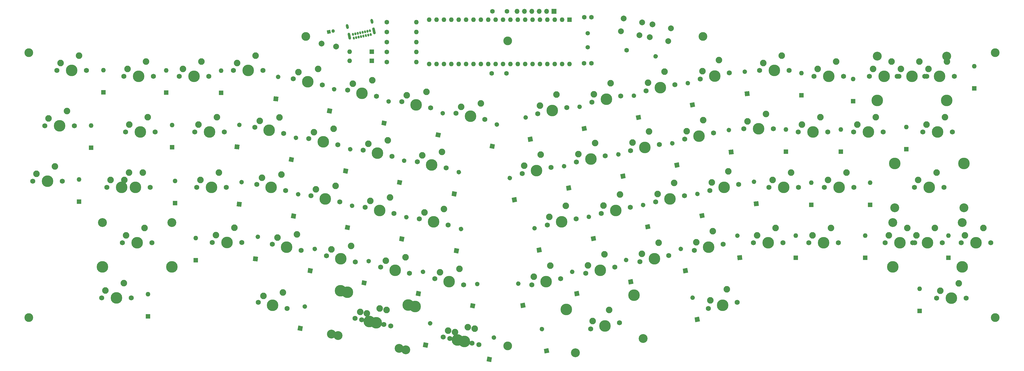
<source format=gbr>
%TF.GenerationSoftware,KiCad,Pcbnew,(5.1.9)-1*%
%TF.CreationDate,2021-04-17T18:03:23+02:00*%
%TF.ProjectId,sesame,73657361-6d65-42e6-9b69-6361645f7063,rev?*%
%TF.SameCoordinates,Original*%
%TF.FileFunction,Soldermask,Bot*%
%TF.FilePolarity,Negative*%
%FSLAX46Y46*%
G04 Gerber Fmt 4.6, Leading zero omitted, Abs format (unit mm)*
G04 Created by KiCad (PCBNEW (5.1.9)-1) date 2021-04-17 18:03:23*
%MOMM*%
%LPD*%
G01*
G04 APERTURE LIST*
%ADD10C,1.600000*%
%ADD11C,2.250000*%
%ADD12C,3.987800*%
%ADD13C,1.750000*%
%ADD14C,3.048000*%
%ADD15C,3.000000*%
%ADD16C,1.200000*%
%ADD17C,0.100000*%
%ADD18O,1.700000X1.700000*%
%ADD19R,1.700000X1.700000*%
%ADD20O,1.600000X1.600000*%
%ADD21R,1.600000X1.600000*%
%ADD22C,1.500000*%
%ADD23C,2.000000*%
G04 APERTURE END LIST*
D10*
%TO.C,C5*%
X238126900Y-68961000D03*
X240626900Y-68961000D03*
%TD*%
%TO.C,C4*%
X238063400Y-84772500D03*
X240563400Y-84772500D03*
%TD*%
%TO.C,C3*%
X211349600Y-88201500D03*
X206349600Y-88201500D03*
%TD*%
%TO.C,C2*%
X206531200Y-66929000D03*
X211531200Y-66929000D03*
%TD*%
D11*
%TO.C,MX71*%
X200441486Y-176026106D03*
D12*
X196900800Y-180467000D03*
D11*
X193702153Y-177190362D03*
D13*
X191931810Y-179410809D03*
X201869790Y-181523191D03*
%TD*%
D11*
%TO.C,MX70*%
X170139286Y-169599906D03*
D12*
X166598600Y-174040800D03*
D11*
X163399953Y-170764162D03*
D13*
X161629610Y-172984609D03*
X171567590Y-175096991D03*
D14*
X153500267Y-178397712D03*
X176792407Y-183348610D03*
D12*
X156668841Y-163490743D03*
X179960981Y-168441640D03*
%TD*%
D11*
%TO.C,MX63*%
X134541186Y-163580106D03*
D12*
X131000500Y-168021000D03*
D11*
X127801853Y-164744362D03*
D13*
X126031510Y-166964809D03*
X135969490Y-169077191D03*
%TD*%
D11*
%TO.C,MX62*%
X79819500Y-160401000D03*
D12*
X77279500Y-165481000D03*
D11*
X73469500Y-162941000D03*
D13*
X72199500Y-165481000D03*
X82359500Y-165481000D03*
%TD*%
D15*
%TO.C,REF\u002A\u002A*%
X278955500Y-75565000D03*
%TD*%
D16*
%TO.C,C1*%
X151771721Y-73665632D03*
D17*
G36*
X149842358Y-74689136D02*
G01*
X149592864Y-73515358D01*
X150766642Y-73265864D01*
X151016136Y-74439642D01*
X149842358Y-74689136D01*
G37*
%TD*%
D11*
%TO.C,MX23*%
X189214686Y-115256606D03*
D12*
X185674000Y-119697500D03*
D11*
X182475353Y-116420862D03*
D13*
X180705010Y-118641309D03*
X190642990Y-120753691D03*
%TD*%
D18*
%TO.C,AVR1*%
X215011000Y-66865500D03*
X217551000Y-66865500D03*
X220091000Y-66865500D03*
X222631000Y-66865500D03*
X225171000Y-66865500D03*
D19*
X227711000Y-66865500D03*
%TD*%
D15*
%TO.C,REF\u002A\u002A*%
X142430500Y-75565000D03*
%TD*%
D11*
%TO.C,MX61*%
X358711500Y-141414500D03*
D12*
X356171500Y-146494500D03*
D11*
X352361500Y-143954500D03*
D13*
X351091500Y-146494500D03*
X361251500Y-146494500D03*
D14*
X344265250Y-139509500D03*
X368077750Y-139509500D03*
D12*
X344265250Y-154749500D03*
X368077750Y-154749500D03*
%TD*%
D11*
%TO.C,MX59*%
X349250000Y-141414500D03*
D12*
X346710000Y-146494500D03*
D11*
X342900000Y-143954500D03*
D13*
X341630000Y-146494500D03*
X351790000Y-146494500D03*
%TD*%
D11*
%TO.C,MX31*%
X362204000Y-103314500D03*
D12*
X359664000Y-108394500D03*
D11*
X355854000Y-105854500D03*
D13*
X354584000Y-108394500D03*
X364744000Y-108394500D03*
%TD*%
D11*
%TO.C,MX15*%
X353377500Y-84201000D03*
D12*
X350837500Y-89281000D03*
D11*
X347027500Y-86741000D03*
D13*
X345757500Y-89281000D03*
X355917500Y-89281000D03*
D14*
X338931250Y-82296000D03*
X362743750Y-82296000D03*
D12*
X338931250Y-97536000D03*
X362743750Y-97536000D03*
%TD*%
D11*
%TO.C,MX33*%
X86360000Y-122364500D03*
D12*
X83820000Y-127444500D03*
D11*
X80010000Y-124904500D03*
D13*
X78740000Y-127444500D03*
X88900000Y-127444500D03*
%TD*%
D11*
%TO.C,MX18*%
X88011000Y-103314500D03*
D12*
X85471000Y-108394500D03*
D11*
X81661000Y-105854500D03*
D13*
X80391000Y-108394500D03*
X90551000Y-108394500D03*
%TD*%
D11*
%TO.C,MX69*%
X81610200Y-122377200D03*
D12*
X79070200Y-127457200D03*
D11*
X75260200Y-124917200D03*
D13*
X73990200Y-127457200D03*
X84150200Y-127457200D03*
%TD*%
D20*
%TO.C,D60*%
X334772000Y-144018000D03*
D21*
X334772000Y-151638000D03*
%TD*%
D20*
%TO.C,U1*%
X233045000Y-85026500D03*
X184785000Y-69786500D03*
X230505000Y-85026500D03*
X187325000Y-69786500D03*
X227965000Y-85026500D03*
X189865000Y-69786500D03*
X225425000Y-85026500D03*
X192405000Y-69786500D03*
X222885000Y-85026500D03*
X194945000Y-69786500D03*
X220345000Y-85026500D03*
X197485000Y-69786500D03*
X217805000Y-85026500D03*
X200025000Y-69786500D03*
X215265000Y-85026500D03*
X202565000Y-69786500D03*
X212725000Y-85026500D03*
X205105000Y-69786500D03*
X210185000Y-85026500D03*
X207645000Y-69786500D03*
X207645000Y-85026500D03*
X210185000Y-69786500D03*
X205105000Y-85026500D03*
X212725000Y-69786500D03*
X202565000Y-85026500D03*
X215265000Y-69786500D03*
X200025000Y-85026500D03*
X217805000Y-69786500D03*
X197485000Y-85026500D03*
X220345000Y-69786500D03*
X194945000Y-85026500D03*
X222885000Y-69786500D03*
X192405000Y-85026500D03*
X225425000Y-69786500D03*
X189865000Y-85026500D03*
X227965000Y-69786500D03*
X187325000Y-85026500D03*
X230505000Y-69786500D03*
X184785000Y-85026500D03*
D21*
X233045000Y-69786500D03*
%TD*%
D11*
%TO.C,MX5*%
X146606186Y-86681606D03*
D12*
X143065500Y-91122500D03*
D11*
X139866853Y-87845862D03*
D13*
X138096510Y-90066309D03*
X148034490Y-92178691D03*
%TD*%
D15*
%TO.C,REF\u002A\u002A*%
X211836000Y-181991000D03*
%TD*%
%TO.C,REF\u002A\u002A*%
X379476000Y-172212000D03*
%TD*%
%TO.C,REF\u002A\u002A*%
X379476000Y-81153000D03*
%TD*%
%TO.C,REF\u002A\u002A*%
X47117000Y-81153000D03*
%TD*%
%TO.C,REF\u002A\u002A*%
X47117000Y-172212000D03*
%TD*%
%TO.C,REF\u002A\u002A*%
X211836000Y-77089000D03*
%TD*%
D22*
%TO.C,XTAL1*%
X239331500Y-79302000D03*
X239331500Y-74422000D03*
%TD*%
D11*
%TO.C,MX24*%
X223170304Y-116168914D03*
D12*
X221742000Y-121666000D03*
D11*
X217487162Y-119973649D03*
D13*
X216773010Y-122722191D03*
X226710990Y-120609809D03*
%TD*%
D11*
%TO.C,MX28*%
X300672500Y-102235000D03*
D12*
X298132500Y-107315000D03*
D11*
X294322500Y-104775000D03*
D13*
X293052500Y-107315000D03*
X303212500Y-107315000D03*
%TD*%
D11*
%TO.C,MX66*%
X246728804Y-169572414D03*
D12*
X245300500Y-175069500D03*
D11*
X241045662Y-173377149D03*
D13*
X240331510Y-176125691D03*
X250269490Y-174013309D03*
D14*
X235106693Y-184377310D03*
X258398833Y-179426412D03*
D12*
X231938119Y-169470340D03*
X255230259Y-164519443D03*
%TD*%
D11*
%TO.C,MX65*%
X198104686Y-175518106D03*
D12*
X194564000Y-179959000D03*
D11*
X191365353Y-176682362D03*
D13*
X189595010Y-178902809D03*
X199532990Y-181015191D03*
%TD*%
D11*
%TO.C,MX64*%
X167815186Y-169104606D03*
D12*
X164274500Y-173545500D03*
D11*
X161075853Y-170268862D03*
D13*
X159305510Y-172489309D03*
X169243490Y-174601691D03*
D14*
X151176167Y-177902412D03*
X174468307Y-182853310D03*
D12*
X154344741Y-162995443D03*
X177636881Y-167946340D03*
%TD*%
D11*
%TO.C,MX46*%
X359346500Y-122364500D03*
D12*
X356806500Y-127444500D03*
D11*
X352996500Y-124904500D03*
D13*
X351726500Y-127444500D03*
X361886500Y-127444500D03*
D14*
X344900250Y-134429500D03*
X368712750Y-134429500D03*
D12*
X344900250Y-119189500D03*
X368712750Y-119189500D03*
%TD*%
D11*
%TO.C,MX47*%
X86931500Y-141414500D03*
D12*
X84391500Y-146494500D03*
D11*
X80581500Y-143954500D03*
D13*
X79311500Y-146494500D03*
X89471500Y-146494500D03*
D14*
X72485250Y-139509500D03*
X96297750Y-139509500D03*
D12*
X72485250Y-154749500D03*
X96297750Y-154749500D03*
%TD*%
D11*
%TO.C,MX16*%
X362839000Y-84201000D03*
D12*
X360299000Y-89281000D03*
D11*
X356489000Y-86741000D03*
D13*
X355219000Y-89281000D03*
X365379000Y-89281000D03*
%TD*%
D11*
%TO.C,MX45*%
X343789000Y-84201000D03*
D12*
X341249000Y-89281000D03*
D11*
X337439000Y-86741000D03*
D13*
X336169000Y-89281000D03*
X346329000Y-89281000D03*
%TD*%
D11*
%TO.C,MX68*%
X366966500Y-160464500D03*
D12*
X364426500Y-165544500D03*
D11*
X360616500Y-163004500D03*
D13*
X359346500Y-165544500D03*
X369506500Y-165544500D03*
%TD*%
D11*
%TO.C,MX67*%
X287178304Y-162523914D03*
D12*
X285750000Y-168021000D03*
D11*
X281495162Y-166328649D03*
D13*
X280781010Y-169077191D03*
X290718990Y-166964809D03*
%TD*%
D11*
%TO.C,MX60*%
X375412000Y-141414500D03*
D12*
X372872000Y-146494500D03*
D11*
X369062000Y-143954500D03*
D13*
X367792000Y-146494500D03*
X377952000Y-146494500D03*
%TD*%
D11*
%TO.C,MX58*%
X323024500Y-141414500D03*
D12*
X320484500Y-146494500D03*
D11*
X316674500Y-143954500D03*
D13*
X315404500Y-146494500D03*
X325564500Y-146494500D03*
%TD*%
D11*
%TO.C,MX57*%
X303974500Y-141414500D03*
D12*
X301434500Y-146494500D03*
D11*
X297624500Y-143954500D03*
D13*
X296354500Y-146494500D03*
X306514500Y-146494500D03*
%TD*%
D11*
%TO.C,MX56*%
X282352304Y-142521414D03*
D12*
X280924000Y-148018500D03*
D11*
X276669162Y-146326149D03*
D13*
X275955010Y-149074691D03*
X285892990Y-146962309D03*
%TD*%
D11*
%TO.C,MX55*%
X263683304Y-146458414D03*
D12*
X262255000Y-151955500D03*
D11*
X258000162Y-150263149D03*
D13*
X257286010Y-153011691D03*
X267223990Y-150899309D03*
%TD*%
D11*
%TO.C,MX54*%
X245077804Y-150458914D03*
D12*
X243649500Y-155956000D03*
D11*
X239394662Y-154263649D03*
D13*
X238680510Y-157012191D03*
X248618490Y-154899809D03*
%TD*%
D11*
%TO.C,MX53*%
X226472304Y-154395914D03*
D12*
X225044000Y-159893000D03*
D11*
X220789162Y-158200649D03*
D13*
X220075010Y-160949191D03*
X230012990Y-158836809D03*
%TD*%
D11*
%TO.C,MX52*%
X195247186Y-155452106D03*
D12*
X191706500Y-159893000D03*
D11*
X188507853Y-156616362D03*
D13*
X186737510Y-158836809D03*
X196675490Y-160949191D03*
%TD*%
D11*
%TO.C,MX51*%
X176641686Y-151515106D03*
D12*
X173101000Y-155956000D03*
D11*
X169902353Y-152679362D03*
D13*
X168132010Y-154899809D03*
X178069990Y-157012191D03*
%TD*%
D11*
%TO.C,MX50*%
X157972686Y-147578106D03*
D12*
X154432000Y-152019000D03*
D11*
X151233353Y-148742362D03*
D13*
X149463010Y-150962809D03*
X159400990Y-153075191D03*
%TD*%
D11*
%TO.C,MX49*%
X139367186Y-143577606D03*
D12*
X135826500Y-148018500D03*
D11*
X132627853Y-144741862D03*
D13*
X130857510Y-146962309D03*
X140795490Y-149074691D03*
%TD*%
D11*
%TO.C,MX48*%
X117856000Y-141351000D03*
D12*
X115316000Y-146431000D03*
D11*
X111506000Y-143891000D03*
D13*
X110236000Y-146431000D03*
X120396000Y-146431000D03*
%TD*%
D11*
%TO.C,MX44*%
X328358500Y-122364500D03*
D12*
X325818500Y-127444500D03*
D11*
X322008500Y-124904500D03*
D13*
X320738500Y-127444500D03*
X330898500Y-127444500D03*
%TD*%
D11*
%TO.C,MX43*%
X309308500Y-122364500D03*
D12*
X306768500Y-127444500D03*
D11*
X302958500Y-124904500D03*
D13*
X301688500Y-127444500D03*
X311848500Y-127444500D03*
%TD*%
D11*
%TO.C,MX42*%
X287686304Y-121947414D03*
D12*
X286258000Y-127444500D03*
D11*
X282003162Y-125752149D03*
D13*
X281289010Y-128500691D03*
X291226990Y-126388309D03*
%TD*%
D11*
%TO.C,MX41*%
X269080804Y-125884414D03*
D12*
X267652500Y-131381500D03*
D11*
X263397662Y-129689149D03*
D13*
X262683510Y-132437691D03*
X272621490Y-130325309D03*
%TD*%
D11*
%TO.C,MX40*%
X250411804Y-129884914D03*
D12*
X248983500Y-135382000D03*
D11*
X244728662Y-133689649D03*
D13*
X244014510Y-136438191D03*
X253952490Y-134325809D03*
%TD*%
D11*
%TO.C,MX39*%
X231806304Y-133821914D03*
D12*
X230378000Y-139319000D03*
D11*
X226123162Y-137626649D03*
D13*
X225409010Y-140375191D03*
X235346990Y-138262809D03*
%TD*%
D11*
%TO.C,MX38*%
X189913186Y-134878106D03*
D12*
X186372500Y-139319000D03*
D11*
X183173853Y-136042362D03*
D13*
X181403510Y-138262809D03*
X191341490Y-140375191D03*
%TD*%
D11*
%TO.C,MX37*%
X171307686Y-130941106D03*
D12*
X167767000Y-135382000D03*
D11*
X164568353Y-132105362D03*
D13*
X162798010Y-134325809D03*
X172735990Y-136438191D03*
%TD*%
D11*
%TO.C,MX36*%
X152638686Y-126940606D03*
D12*
X149098000Y-131381500D03*
D11*
X145899353Y-128104862D03*
D13*
X144129010Y-130325309D03*
X154066990Y-132437691D03*
%TD*%
D11*
%TO.C,MX35*%
X134033186Y-123003606D03*
D12*
X130492500Y-127444500D03*
D11*
X127293853Y-124167862D03*
D13*
X125523510Y-126388309D03*
X135461490Y-128500691D03*
%TD*%
D11*
%TO.C,MX34*%
X112522000Y-122364500D03*
D12*
X109982000Y-127444500D03*
D11*
X106172000Y-124904500D03*
D13*
X104902000Y-127444500D03*
X115062000Y-127444500D03*
%TD*%
D11*
%TO.C,MX32*%
X56134000Y-120205500D03*
D12*
X53594000Y-125285500D03*
D11*
X49784000Y-122745500D03*
D13*
X48514000Y-125285500D03*
X58674000Y-125285500D03*
%TD*%
D11*
%TO.C,MX30*%
X338391500Y-103314500D03*
D12*
X335851500Y-108394500D03*
D11*
X332041500Y-105854500D03*
D13*
X330771500Y-108394500D03*
X340931500Y-108394500D03*
%TD*%
D11*
%TO.C,MX29*%
X319341500Y-103314500D03*
D12*
X316801500Y-108394500D03*
D11*
X312991500Y-105854500D03*
D13*
X311721500Y-108394500D03*
X321881500Y-108394500D03*
%TD*%
D11*
%TO.C,MX27*%
X279050304Y-104294414D03*
D12*
X277622000Y-109791500D03*
D11*
X273367162Y-108099149D03*
D13*
X272653010Y-110847691D03*
X282590990Y-108735309D03*
%TD*%
D11*
%TO.C,MX26*%
X260444804Y-108231414D03*
D12*
X259016500Y-113728500D03*
D11*
X254761662Y-112036149D03*
D13*
X254047510Y-114784691D03*
X263985490Y-112672309D03*
%TD*%
D11*
%TO.C,MX25*%
X241839304Y-112168414D03*
D12*
X240411000Y-117665500D03*
D11*
X236156162Y-115973149D03*
D13*
X235442010Y-118721691D03*
X245379990Y-116609309D03*
%TD*%
D11*
%TO.C,MX22*%
X170609186Y-111256106D03*
D12*
X167068500Y-115697000D03*
D11*
X163869853Y-112420362D03*
D13*
X162099510Y-114640809D03*
X172037490Y-116753191D03*
%TD*%
D11*
%TO.C,MX21*%
X151940186Y-107319106D03*
D12*
X148399500Y-111760000D03*
D11*
X145200853Y-108483362D03*
D13*
X143430510Y-110703809D03*
X153368490Y-112816191D03*
%TD*%
D11*
%TO.C,MX20*%
X133334686Y-103382106D03*
D12*
X129794000Y-107823000D03*
D11*
X126595353Y-104546362D03*
D13*
X124825010Y-106766809D03*
X134762990Y-108879191D03*
%TD*%
D11*
%TO.C,MX19*%
X111823500Y-103314500D03*
D12*
X109283500Y-108394500D03*
D11*
X105473500Y-105854500D03*
D13*
X104203500Y-108394500D03*
X114363500Y-108394500D03*
%TD*%
D11*
%TO.C,MX17*%
X60261500Y-101155500D03*
D12*
X57721500Y-106235500D03*
D11*
X53911500Y-103695500D03*
D13*
X52641500Y-106235500D03*
X62801500Y-106235500D03*
%TD*%
D11*
%TO.C,MX14*%
X324739000Y-84201000D03*
D12*
X322199000Y-89281000D03*
D11*
X318389000Y-86741000D03*
D13*
X317119000Y-89281000D03*
X327279000Y-89281000D03*
%TD*%
D11*
%TO.C,MX13*%
X306070000Y-82105500D03*
D12*
X303530000Y-87185500D03*
D11*
X299720000Y-84645500D03*
D13*
X298450000Y-87185500D03*
X308610000Y-87185500D03*
%TD*%
D11*
%TO.C,MX12*%
X284447804Y-83656914D03*
D12*
X283019500Y-89154000D03*
D11*
X278764662Y-87461649D03*
D13*
X278050510Y-90210191D03*
X287988490Y-88097809D03*
%TD*%
D11*
%TO.C,MX11*%
X265778804Y-87657414D03*
D12*
X264350500Y-93154500D03*
D11*
X260095662Y-91462149D03*
D13*
X259381510Y-94210691D03*
X269319490Y-92098309D03*
%TD*%
D11*
%TO.C,MX10*%
X247173304Y-91594414D03*
D12*
X245745000Y-97091500D03*
D11*
X241490162Y-95399149D03*
D13*
X240776010Y-98147691D03*
X250713990Y-96035309D03*
%TD*%
D11*
%TO.C,MX9*%
X228567804Y-95531414D03*
D12*
X227139500Y-101028500D03*
D11*
X222884662Y-99336149D03*
D13*
X222170510Y-102084691D03*
X232108490Y-99972309D03*
%TD*%
D11*
%TO.C,MX8*%
X202549686Y-98556106D03*
D12*
X199009000Y-102997000D03*
D11*
X195810353Y-99720362D03*
D13*
X194040010Y-101940809D03*
X203977990Y-104053191D03*
%TD*%
D11*
%TO.C,MX7*%
X183880686Y-94619106D03*
D12*
X180340000Y-99060000D03*
D11*
X177141353Y-95783362D03*
D13*
X175371010Y-98003809D03*
X185308990Y-100116191D03*
%TD*%
D11*
%TO.C,MX6*%
X165275186Y-90618606D03*
D12*
X161734500Y-95059500D03*
D11*
X158535853Y-91782862D03*
D13*
X156765510Y-94003309D03*
X166703490Y-96115691D03*
%TD*%
D11*
%TO.C,MX4*%
X125095000Y-82105500D03*
D12*
X122555000Y-87185500D03*
D11*
X118745000Y-84645500D03*
D13*
X117475000Y-87185500D03*
X127635000Y-87185500D03*
%TD*%
D11*
%TO.C,MX3*%
X106521250Y-84201000D03*
D12*
X103981250Y-89281000D03*
D11*
X100171250Y-86741000D03*
D13*
X98901250Y-89281000D03*
X109061250Y-89281000D03*
%TD*%
D11*
%TO.C,MX2*%
X87471250Y-84201000D03*
D12*
X84931250Y-89281000D03*
D11*
X81121250Y-86741000D03*
D13*
X79851250Y-89281000D03*
X90011250Y-89281000D03*
%TD*%
D11*
%TO.C,MX1*%
X64389000Y-82105500D03*
D12*
X61849000Y-87185500D03*
D11*
X58039000Y-84645500D03*
D13*
X56769000Y-87185500D03*
X66929000Y-87185500D03*
%TD*%
%TO.C,USB1*%
G36*
G01*
X163324913Y-74995366D02*
X163397683Y-75337718D01*
G75*
G02*
X163147356Y-75723187I-317898J-67571D01*
G01*
X163147356Y-75723187D01*
G75*
G02*
X162761887Y-75472860I-67571J317898D01*
G01*
X162689117Y-75130508D01*
G75*
G02*
X162939444Y-74745039I317898J67571D01*
G01*
X162939444Y-74745039D01*
G75*
G02*
X163324913Y-74995366I67571J-317898D01*
G01*
G37*
G36*
G01*
X164987763Y-74641916D02*
X165060533Y-74984268D01*
G75*
G02*
X164810206Y-75369737I-317898J-67571D01*
G01*
X164810206Y-75369737D01*
G75*
G02*
X164424737Y-75119410I-67571J317898D01*
G01*
X164351967Y-74777058D01*
G75*
G02*
X164602294Y-74391589I317898J67571D01*
G01*
X164602294Y-74391589D01*
G75*
G02*
X164987763Y-74641916I67571J-317898D01*
G01*
G37*
G36*
G01*
X164156338Y-74818641D02*
X164229108Y-75160993D01*
G75*
G02*
X163978781Y-75546462I-317898J-67571D01*
G01*
X163978781Y-75546462D01*
G75*
G02*
X163593312Y-75296135I-67571J317898D01*
G01*
X163520542Y-74953783D01*
G75*
G02*
X163770869Y-74568314I317898J67571D01*
G01*
X163770869Y-74568314D01*
G75*
G02*
X164156338Y-74818641I67571J-317898D01*
G01*
G37*
G36*
G01*
X162493487Y-75172091D02*
X162566257Y-75514443D01*
G75*
G02*
X162315930Y-75899912I-317898J-67571D01*
G01*
X162315930Y-75899912D01*
G75*
G02*
X161930461Y-75649585I-67571J317898D01*
G01*
X161857691Y-75307233D01*
G75*
G02*
X162108018Y-74921764I317898J67571D01*
G01*
X162108018Y-74921764D01*
G75*
G02*
X162493487Y-75172091I67571J-317898D01*
G01*
G37*
G36*
G01*
X161662062Y-75348816D02*
X161734832Y-75691168D01*
G75*
G02*
X161484505Y-76076637I-317898J-67571D01*
G01*
X161484505Y-76076637D01*
G75*
G02*
X161099036Y-75826310I-67571J317898D01*
G01*
X161026266Y-75483958D01*
G75*
G02*
X161276593Y-75098489I317898J67571D01*
G01*
X161276593Y-75098489D01*
G75*
G02*
X161662062Y-75348816I67571J-317898D01*
G01*
G37*
G36*
G01*
X160830636Y-75525541D02*
X160903406Y-75867893D01*
G75*
G02*
X160653079Y-76253362I-317898J-67571D01*
G01*
X160653079Y-76253362D01*
G75*
G02*
X160267610Y-76003035I-67571J317898D01*
G01*
X160194840Y-75660683D01*
G75*
G02*
X160445167Y-75275214I317898J67571D01*
G01*
X160445167Y-75275214D01*
G75*
G02*
X160830636Y-75525541I67571J-317898D01*
G01*
G37*
G36*
G01*
X159999211Y-75702266D02*
X160071981Y-76044618D01*
G75*
G02*
X159821654Y-76430087I-317898J-67571D01*
G01*
X159821654Y-76430087D01*
G75*
G02*
X159436185Y-76179760I-67571J317898D01*
G01*
X159363415Y-75837408D01*
G75*
G02*
X159613742Y-75451939I317898J67571D01*
G01*
X159613742Y-75451939D01*
G75*
G02*
X159999211Y-75702266I67571J-317898D01*
G01*
G37*
G36*
G01*
X159167785Y-75878991D02*
X159240555Y-76221343D01*
G75*
G02*
X158990228Y-76606812I-317898J-67571D01*
G01*
X158990228Y-76606812D01*
G75*
G02*
X158604759Y-76356485I-67571J317898D01*
G01*
X158531989Y-76014133D01*
G75*
G02*
X158782316Y-75628664I317898J67571D01*
G01*
X158782316Y-75628664D01*
G75*
G02*
X159167785Y-75878991I67571J-317898D01*
G01*
G37*
G36*
G01*
X164712280Y-73345871D02*
X164785050Y-73688223D01*
G75*
G02*
X164534723Y-74073692I-317898J-67571D01*
G01*
X164534723Y-74073692D01*
G75*
G02*
X164149254Y-73823365I-67571J317898D01*
G01*
X164076484Y-73481013D01*
G75*
G02*
X164326811Y-73095544I317898J67571D01*
G01*
X164326811Y-73095544D01*
G75*
G02*
X164712280Y-73345871I67571J-317898D01*
G01*
G37*
G36*
G01*
X163875964Y-73523635D02*
X163948734Y-73865987D01*
G75*
G02*
X163698407Y-74251456I-317898J-67571D01*
G01*
X163698407Y-74251456D01*
G75*
G02*
X163312938Y-74001129I-67571J317898D01*
G01*
X163240168Y-73658777D01*
G75*
G02*
X163490495Y-73273308I317898J67571D01*
G01*
X163490495Y-73273308D01*
G75*
G02*
X163875964Y-73523635I67571J-317898D01*
G01*
G37*
G36*
G01*
X163044539Y-73700360D02*
X163117309Y-74042712D01*
G75*
G02*
X162866982Y-74428181I-317898J-67571D01*
G01*
X162866982Y-74428181D01*
G75*
G02*
X162481513Y-74177854I-67571J317898D01*
G01*
X162408743Y-73835502D01*
G75*
G02*
X162659070Y-73450033I317898J67571D01*
G01*
X162659070Y-73450033D01*
G75*
G02*
X163044539Y-73700360I67571J-317898D01*
G01*
G37*
G36*
G01*
X162213113Y-73877085D02*
X162285883Y-74219437D01*
G75*
G02*
X162035556Y-74604906I-317898J-67571D01*
G01*
X162035556Y-74604906D01*
G75*
G02*
X161650087Y-74354579I-67571J317898D01*
G01*
X161577317Y-74012227D01*
G75*
G02*
X161827644Y-73626758I317898J67571D01*
G01*
X161827644Y-73626758D01*
G75*
G02*
X162213113Y-73877085I67571J-317898D01*
G01*
G37*
G36*
G01*
X161381688Y-74053810D02*
X161454458Y-74396162D01*
G75*
G02*
X161204131Y-74781631I-317898J-67571D01*
G01*
X161204131Y-74781631D01*
G75*
G02*
X160818662Y-74531304I-67571J317898D01*
G01*
X160745892Y-74188952D01*
G75*
G02*
X160996219Y-73803483I317898J67571D01*
G01*
X160996219Y-73803483D01*
G75*
G02*
X161381688Y-74053810I67571J-317898D01*
G01*
G37*
G36*
G01*
X160550262Y-74230535D02*
X160623032Y-74572887D01*
G75*
G02*
X160372705Y-74958356I-317898J-67571D01*
G01*
X160372705Y-74958356D01*
G75*
G02*
X159987236Y-74708029I-67571J317898D01*
G01*
X159914466Y-74365677D01*
G75*
G02*
X160164793Y-73980208I317898J67571D01*
G01*
X160164793Y-73980208D01*
G75*
G02*
X160550262Y-74230535I67571J-317898D01*
G01*
G37*
G36*
G01*
X159718837Y-74407260D02*
X159791607Y-74749612D01*
G75*
G02*
X159541280Y-75135081I-317898J-67571D01*
G01*
X159541280Y-75135081D01*
G75*
G02*
X159155811Y-74884754I-67571J317898D01*
G01*
X159083041Y-74542402D01*
G75*
G02*
X159333368Y-74156933I317898J67571D01*
G01*
X159333368Y-74156933D01*
G75*
G02*
X159718837Y-74407260I67571J-317898D01*
G01*
G37*
G36*
G01*
X158887411Y-74583985D02*
X158960181Y-74926337D01*
G75*
G02*
X158709854Y-75311806I-317898J-67571D01*
G01*
X158709854Y-75311806D01*
G75*
G02*
X158324385Y-75061479I-67571J317898D01*
G01*
X158251615Y-74719127D01*
G75*
G02*
X158501942Y-74333658I317898J67571D01*
G01*
X158501942Y-74333658D01*
G75*
G02*
X158887411Y-74583985I67571J-317898D01*
G01*
G37*
G36*
G01*
X166107228Y-72814227D02*
X166419096Y-74281449D01*
G75*
G02*
X166072490Y-74815175I-440166J-93560D01*
G01*
X166072490Y-74815175D01*
G75*
G02*
X165538764Y-74468569I-93560J440166D01*
G01*
X165226896Y-73001347D01*
G75*
G02*
X165573502Y-72467621I440166J93560D01*
G01*
X165573502Y-72467621D01*
G75*
G02*
X166107228Y-72814227I93560J-440166D01*
G01*
G37*
G36*
G01*
X157646251Y-74612663D02*
X157958119Y-76079885D01*
G75*
G02*
X157611513Y-76613611I-440166J-93560D01*
G01*
X157611513Y-76613611D01*
G75*
G02*
X157077787Y-76267005I-93560J440166D01*
G01*
X156765919Y-74799783D01*
G75*
G02*
X157112525Y-74266057I440166J93560D01*
G01*
X157112525Y-74266057D01*
G75*
G02*
X157646251Y-74612663I93560J-440166D01*
G01*
G37*
G36*
G01*
X165477256Y-69850440D02*
X165643586Y-70632958D01*
G75*
G02*
X165296980Y-71166684I-440166J-93560D01*
G01*
X165296980Y-71166684D01*
G75*
G02*
X164763254Y-70820078I-93560J440166D01*
G01*
X164596924Y-70037560D01*
G75*
G02*
X164943530Y-69503834I440166J93560D01*
G01*
X164943530Y-69503834D01*
G75*
G02*
X165477256Y-69850440I93560J-440166D01*
G01*
G37*
G36*
G01*
X157016279Y-71648876D02*
X157182609Y-72431394D01*
G75*
G02*
X156836003Y-72965120I-440166J-93560D01*
G01*
X156836003Y-72965120D01*
G75*
G02*
X156302277Y-72618514I-93560J440166D01*
G01*
X156135947Y-71835996D01*
G75*
G02*
X156482553Y-71302270I440166J93560D01*
G01*
X156482553Y-71302270D01*
G75*
G02*
X157016279Y-71648876I93560J-440166D01*
G01*
G37*
%TD*%
D23*
%TO.C,Reset*%
X267977959Y-72725426D03*
X267042357Y-77127090D03*
X261620000Y-71374000D03*
X260684397Y-75775664D03*
%TD*%
%TO.C,R6*%
G36*
G01*
X261885462Y-82210054D02*
X261885462Y-82210054D01*
G75*
G02*
X262834309Y-81593865I782518J-166329D01*
G01*
X262834309Y-81593865D01*
G75*
G02*
X263450498Y-82542712I-166329J-782518D01*
G01*
X263450498Y-82542712D01*
G75*
G02*
X262501651Y-83158901I-782518J166329D01*
G01*
X262501651Y-83158901D01*
G75*
G02*
X261885462Y-82210054I166329J782518D01*
G01*
G37*
D10*
X252730000Y-80264000D03*
%TD*%
D20*
%TO.C,R5*%
X180403500Y-70612000D03*
D10*
X170243500Y-70612000D03*
%TD*%
D20*
%TO.C,R4*%
X180403500Y-74041000D03*
D10*
X170243500Y-74041000D03*
%TD*%
D20*
%TO.C,R2*%
X180403500Y-80899000D03*
D10*
X170243500Y-80899000D03*
%TD*%
D20*
%TO.C,R3*%
X180403500Y-77470000D03*
D10*
X170243500Y-77470000D03*
%TD*%
D20*
%TO.C,R1*%
X180403500Y-84328000D03*
D10*
X170243500Y-84328000D03*
%TD*%
D23*
%TO.C,F1*%
X152794911Y-79043973D03*
X147828000Y-77978000D03*
%TD*%
D20*
%TO.C,D68*%
X353441000Y-162306000D03*
D21*
X353441000Y-169926000D03*
%TD*%
%TO.C,D67*%
G36*
G01*
X275569042Y-166176033D02*
X275569042Y-166176033D01*
G75*
G02*
X274620195Y-165559844I-166329J782518D01*
G01*
X274620195Y-165559844D01*
G75*
G02*
X275236384Y-164610997I782518J166329D01*
G01*
X275236384Y-164610997D01*
G75*
G02*
X276185231Y-165227186I166329J-782518D01*
G01*
X276185231Y-165227186D01*
G75*
G02*
X275569042Y-166176033I-782518J-166329D01*
G01*
G37*
D17*
G36*
X277935847Y-173463189D02*
G01*
X276370811Y-173795847D01*
X276038153Y-172230811D01*
X277603189Y-171898153D01*
X277935847Y-173463189D01*
G37*
%TD*%
%TO.C,D66*%
G36*
G01*
X223753042Y-176971033D02*
X223753042Y-176971033D01*
G75*
G02*
X222804195Y-176354844I-166329J782518D01*
G01*
X222804195Y-176354844D01*
G75*
G02*
X223420384Y-175405997I782518J166329D01*
G01*
X223420384Y-175405997D01*
G75*
G02*
X224369231Y-176022186I166329J-782518D01*
G01*
X224369231Y-176022186D01*
G75*
G02*
X223753042Y-176971033I-782518J-166329D01*
G01*
G37*
G36*
X226119847Y-184258189D02*
G01*
X224554811Y-184590847D01*
X224222153Y-183025811D01*
X225787189Y-182693153D01*
X226119847Y-184258189D01*
G37*
%TD*%
%TO.C,D65*%
G36*
G01*
X206903958Y-179892033D02*
X206903958Y-179892033D01*
G75*
G02*
X206287769Y-178943186I166329J782518D01*
G01*
X206287769Y-178943186D01*
G75*
G02*
X207236616Y-178326997I782518J-166329D01*
G01*
X207236616Y-178326997D01*
G75*
G02*
X207852805Y-179275844I-166329J-782518D01*
G01*
X207852805Y-179275844D01*
G75*
G02*
X206903958Y-179892033I-782518J166329D01*
G01*
G37*
G36*
X206102189Y-187511847D02*
G01*
X204537153Y-187179189D01*
X204869811Y-185614153D01*
X206434847Y-185946811D01*
X206102189Y-187511847D01*
G37*
%TD*%
%TO.C,D64*%
G36*
G01*
X184983758Y-174989833D02*
X184983758Y-174989833D01*
G75*
G02*
X184367569Y-174040986I166329J782518D01*
G01*
X184367569Y-174040986D01*
G75*
G02*
X185316416Y-173424797I782518J-166329D01*
G01*
X185316416Y-173424797D01*
G75*
G02*
X185932605Y-174373644I-166329J-782518D01*
G01*
X185932605Y-174373644D01*
G75*
G02*
X184983758Y-174989833I-782518J166329D01*
G01*
G37*
G36*
X184181989Y-182609647D02*
G01*
X182616953Y-182276989D01*
X182949611Y-180711953D01*
X184514647Y-181044611D01*
X184181989Y-182609647D01*
G37*
%TD*%
%TO.C,D63*%
G36*
G01*
X141879958Y-169224033D02*
X141879958Y-169224033D01*
G75*
G02*
X141263769Y-168275186I166329J782518D01*
G01*
X141263769Y-168275186D01*
G75*
G02*
X142212616Y-167658997I782518J-166329D01*
G01*
X142212616Y-167658997D01*
G75*
G02*
X142828805Y-168607844I-166329J-782518D01*
G01*
X142828805Y-168607844D01*
G75*
G02*
X141879958Y-169224033I-782518J166329D01*
G01*
G37*
G36*
X141078189Y-176843847D02*
G01*
X139513153Y-176511189D01*
X139845811Y-174946153D01*
X141410847Y-175278811D01*
X141078189Y-176843847D01*
G37*
%TD*%
D20*
%TO.C,D62*%
X88138000Y-164211000D03*
D21*
X88138000Y-171831000D03*
%TD*%
D20*
%TO.C,D61*%
X363347000Y-144018000D03*
D21*
X363347000Y-151638000D03*
%TD*%
D20*
%TO.C,D59*%
X310896000Y-144018000D03*
D21*
X310896000Y-151638000D03*
%TD*%
%TO.C,D58*%
G36*
G01*
X290879116Y-144855361D02*
X290879116Y-144855361D01*
G75*
G02*
X289999875Y-144143366I-83623J795618D01*
G01*
X289999875Y-144143366D01*
G75*
G02*
X290711870Y-143264125I795618J83623D01*
G01*
X290711870Y-143264125D01*
G75*
G02*
X291591111Y-143976120I83623J-795618D01*
G01*
X291591111Y-143976120D01*
G75*
G02*
X290879116Y-144855361I-795618J-83623D01*
G01*
G37*
D17*
G36*
X292471240Y-152349995D02*
G01*
X290880005Y-152517240D01*
X290712760Y-150926005D01*
X292303995Y-150758760D01*
X292471240Y-152349995D01*
G37*
%TD*%
%TO.C,D57*%
G36*
G01*
X271505042Y-149412033D02*
X271505042Y-149412033D01*
G75*
G02*
X270556195Y-148795844I-166329J782518D01*
G01*
X270556195Y-148795844D01*
G75*
G02*
X271172384Y-147846997I782518J166329D01*
G01*
X271172384Y-147846997D01*
G75*
G02*
X272121231Y-148463186I166329J-782518D01*
G01*
X272121231Y-148463186D01*
G75*
G02*
X271505042Y-149412033I-782518J-166329D01*
G01*
G37*
G36*
X273871847Y-156699189D02*
G01*
X272306811Y-157031847D01*
X271974153Y-155466811D01*
X273539189Y-155134153D01*
X273871847Y-156699189D01*
G37*
%TD*%
%TO.C,D56*%
G36*
G01*
X252709042Y-153222033D02*
X252709042Y-153222033D01*
G75*
G02*
X251760195Y-152605844I-166329J782518D01*
G01*
X251760195Y-152605844D01*
G75*
G02*
X252376384Y-151656997I782518J166329D01*
G01*
X252376384Y-151656997D01*
G75*
G02*
X253325231Y-152273186I166329J-782518D01*
G01*
X253325231Y-152273186D01*
G75*
G02*
X252709042Y-153222033I-782518J-166329D01*
G01*
G37*
G36*
X255075847Y-160509189D02*
G01*
X253510811Y-160841847D01*
X253178153Y-159276811D01*
X254743189Y-158944153D01*
X255075847Y-160509189D01*
G37*
%TD*%
%TO.C,D55*%
G36*
G01*
X234167042Y-157286033D02*
X234167042Y-157286033D01*
G75*
G02*
X233218195Y-156669844I-166329J782518D01*
G01*
X233218195Y-156669844D01*
G75*
G02*
X233834384Y-155720997I782518J166329D01*
G01*
X233834384Y-155720997D01*
G75*
G02*
X234783231Y-156337186I166329J-782518D01*
G01*
X234783231Y-156337186D01*
G75*
G02*
X234167042Y-157286033I-782518J-166329D01*
G01*
G37*
G36*
X236533847Y-164573189D02*
G01*
X234968811Y-164905847D01*
X234636153Y-163340811D01*
X236201189Y-163008153D01*
X236533847Y-164573189D01*
G37*
%TD*%
%TO.C,D54*%
G36*
G01*
X215625042Y-161350033D02*
X215625042Y-161350033D01*
G75*
G02*
X214676195Y-160733844I-166329J782518D01*
G01*
X214676195Y-160733844D01*
G75*
G02*
X215292384Y-159784997I782518J166329D01*
G01*
X215292384Y-159784997D01*
G75*
G02*
X216241231Y-160401186I166329J-782518D01*
G01*
X216241231Y-160401186D01*
G75*
G02*
X215625042Y-161350033I-782518J-166329D01*
G01*
G37*
G36*
X217991847Y-168637189D02*
G01*
X216426811Y-168969847D01*
X216094153Y-167404811D01*
X217659189Y-167072153D01*
X217991847Y-168637189D01*
G37*
%TD*%
%TO.C,D53*%
G36*
G01*
X201188958Y-161477033D02*
X201188958Y-161477033D01*
G75*
G02*
X200572769Y-160528186I166329J782518D01*
G01*
X200572769Y-160528186D01*
G75*
G02*
X201521616Y-159911997I782518J-166329D01*
G01*
X201521616Y-159911997D01*
G75*
G02*
X202137805Y-160860844I-166329J-782518D01*
G01*
X202137805Y-160860844D01*
G75*
G02*
X201188958Y-161477033I-782518J166329D01*
G01*
G37*
G36*
X200387189Y-169096847D02*
G01*
X198822153Y-168764189D01*
X199154811Y-167199153D01*
X200719847Y-167531811D01*
X200387189Y-169096847D01*
G37*
%TD*%
%TO.C,D52*%
G36*
G01*
X182519958Y-157286033D02*
X182519958Y-157286033D01*
G75*
G02*
X181903769Y-156337186I166329J782518D01*
G01*
X181903769Y-156337186D01*
G75*
G02*
X182852616Y-155720997I782518J-166329D01*
G01*
X182852616Y-155720997D01*
G75*
G02*
X183468805Y-156669844I-166329J-782518D01*
G01*
X183468805Y-156669844D01*
G75*
G02*
X182519958Y-157286033I-782518J166329D01*
G01*
G37*
G36*
X181718189Y-164905847D02*
G01*
X180153153Y-164573189D01*
X180485811Y-163008153D01*
X182050847Y-163340811D01*
X181718189Y-164905847D01*
G37*
%TD*%
%TO.C,D51*%
G36*
G01*
X163850958Y-153603033D02*
X163850958Y-153603033D01*
G75*
G02*
X163234769Y-152654186I166329J782518D01*
G01*
X163234769Y-152654186D01*
G75*
G02*
X164183616Y-152037997I782518J-166329D01*
G01*
X164183616Y-152037997D01*
G75*
G02*
X164799805Y-152986844I-166329J-782518D01*
G01*
X164799805Y-152986844D01*
G75*
G02*
X163850958Y-153603033I-782518J166329D01*
G01*
G37*
G36*
X163049189Y-161222847D02*
G01*
X161484153Y-160890189D01*
X161816811Y-159325153D01*
X163381847Y-159657811D01*
X163049189Y-161222847D01*
G37*
%TD*%
%TO.C,D50*%
G36*
G01*
X145308958Y-149412033D02*
X145308958Y-149412033D01*
G75*
G02*
X144692769Y-148463186I166329J782518D01*
G01*
X144692769Y-148463186D01*
G75*
G02*
X145641616Y-147846997I782518J-166329D01*
G01*
X145641616Y-147846997D01*
G75*
G02*
X146257805Y-148795844I-166329J-782518D01*
G01*
X146257805Y-148795844D01*
G75*
G02*
X145308958Y-149412033I-782518J166329D01*
G01*
G37*
G36*
X144507189Y-157031847D02*
G01*
X142942153Y-156699189D01*
X143274811Y-155134153D01*
X144839847Y-155466811D01*
X144507189Y-157031847D01*
G37*
%TD*%
%TO.C,D49*%
G36*
G01*
X125807884Y-145236361D02*
X125807884Y-145236361D01*
G75*
G02*
X125095889Y-144357120I83623J795618D01*
G01*
X125095889Y-144357120D01*
G75*
G02*
X125975130Y-143645125I795618J-83623D01*
G01*
X125975130Y-143645125D01*
G75*
G02*
X126687125Y-144524366I-83623J-795618D01*
G01*
X126687125Y-144524366D01*
G75*
G02*
X125807884Y-145236361I-795618J83623D01*
G01*
G37*
G36*
X125806995Y-152898240D02*
G01*
X124215760Y-152730995D01*
X124383005Y-151139760D01*
X125974240Y-151307005D01*
X125806995Y-152898240D01*
G37*
%TD*%
D20*
%TO.C,D48*%
X104521000Y-144907000D03*
D21*
X104521000Y-152527000D03*
%TD*%
D20*
%TO.C,D47*%
X336423000Y-125857000D03*
D21*
X336423000Y-133477000D03*
%TD*%
D20*
%TO.C,D45*%
X316230000Y-125857000D03*
D21*
X316230000Y-133477000D03*
%TD*%
%TO.C,D44*%
G36*
G01*
X296594116Y-126313361D02*
X296594116Y-126313361D01*
G75*
G02*
X295714875Y-125601366I-83623J795618D01*
G01*
X295714875Y-125601366D01*
G75*
G02*
X296426870Y-124722125I795618J83623D01*
G01*
X296426870Y-124722125D01*
G75*
G02*
X297306111Y-125434120I83623J-795618D01*
G01*
X297306111Y-125434120D01*
G75*
G02*
X296594116Y-126313361I-795618J-83623D01*
G01*
G37*
D17*
G36*
X298186240Y-133807995D02*
G01*
X296595005Y-133975240D01*
X296427760Y-132384005D01*
X298018995Y-132216760D01*
X298186240Y-133807995D01*
G37*
%TD*%
%TO.C,D43*%
G36*
G01*
X277220042Y-130489033D02*
X277220042Y-130489033D01*
G75*
G02*
X276271195Y-129872844I-166329J782518D01*
G01*
X276271195Y-129872844D01*
G75*
G02*
X276887384Y-128923997I782518J166329D01*
G01*
X276887384Y-128923997D01*
G75*
G02*
X277836231Y-129540186I166329J-782518D01*
G01*
X277836231Y-129540186D01*
G75*
G02*
X277220042Y-130489033I-782518J-166329D01*
G01*
G37*
G36*
X279586847Y-137776189D02*
G01*
X278021811Y-138108847D01*
X277689153Y-136543811D01*
X279254189Y-136211153D01*
X279586847Y-137776189D01*
G37*
%TD*%
%TO.C,D42*%
G36*
G01*
X258551042Y-134299033D02*
X258551042Y-134299033D01*
G75*
G02*
X257602195Y-133682844I-166329J782518D01*
G01*
X257602195Y-133682844D01*
G75*
G02*
X258218384Y-132733997I782518J166329D01*
G01*
X258218384Y-132733997D01*
G75*
G02*
X259167231Y-133350186I166329J-782518D01*
G01*
X259167231Y-133350186D01*
G75*
G02*
X258551042Y-134299033I-782518J-166329D01*
G01*
G37*
G36*
X260917847Y-141586189D02*
G01*
X259352811Y-141918847D01*
X259020153Y-140353811D01*
X260585189Y-140021153D01*
X260917847Y-141586189D01*
G37*
%TD*%
%TO.C,D41*%
G36*
G01*
X239882042Y-138363033D02*
X239882042Y-138363033D01*
G75*
G02*
X238933195Y-137746844I-166329J782518D01*
G01*
X238933195Y-137746844D01*
G75*
G02*
X239549384Y-136797997I782518J166329D01*
G01*
X239549384Y-136797997D01*
G75*
G02*
X240498231Y-137414186I166329J-782518D01*
G01*
X240498231Y-137414186D01*
G75*
G02*
X239882042Y-138363033I-782518J-166329D01*
G01*
G37*
G36*
X242248847Y-145650189D02*
G01*
X240683811Y-145982847D01*
X240351153Y-144417811D01*
X241916189Y-144085153D01*
X242248847Y-145650189D01*
G37*
%TD*%
%TO.C,D40*%
G36*
G01*
X221213042Y-142300033D02*
X221213042Y-142300033D01*
G75*
G02*
X220264195Y-141683844I-166329J782518D01*
G01*
X220264195Y-141683844D01*
G75*
G02*
X220880384Y-140734997I782518J166329D01*
G01*
X220880384Y-140734997D01*
G75*
G02*
X221829231Y-141351186I166329J-782518D01*
G01*
X221829231Y-141351186D01*
G75*
G02*
X221213042Y-142300033I-782518J-166329D01*
G01*
G37*
G36*
X223579847Y-149587189D02*
G01*
X222014811Y-149919847D01*
X221682153Y-148354811D01*
X223247189Y-148022153D01*
X223579847Y-149587189D01*
G37*
%TD*%
%TO.C,D39*%
G36*
G01*
X195600958Y-142554033D02*
X195600958Y-142554033D01*
G75*
G02*
X194984769Y-141605186I166329J782518D01*
G01*
X194984769Y-141605186D01*
G75*
G02*
X195933616Y-140988997I782518J-166329D01*
G01*
X195933616Y-140988997D01*
G75*
G02*
X196549805Y-141937844I-166329J-782518D01*
G01*
X196549805Y-141937844D01*
G75*
G02*
X195600958Y-142554033I-782518J166329D01*
G01*
G37*
G36*
X194799189Y-150173847D02*
G01*
X193234153Y-149841189D01*
X193566811Y-148276153D01*
X195131847Y-148608811D01*
X194799189Y-150173847D01*
G37*
%TD*%
%TO.C,D38*%
G36*
G01*
X176804958Y-138490033D02*
X176804958Y-138490033D01*
G75*
G02*
X176188769Y-137541186I166329J782518D01*
G01*
X176188769Y-137541186D01*
G75*
G02*
X177137616Y-136924997I782518J-166329D01*
G01*
X177137616Y-136924997D01*
G75*
G02*
X177753805Y-137873844I-166329J-782518D01*
G01*
X177753805Y-137873844D01*
G75*
G02*
X176804958Y-138490033I-782518J166329D01*
G01*
G37*
G36*
X176003189Y-146109847D02*
G01*
X174438153Y-145777189D01*
X174770811Y-144212153D01*
X176335847Y-144544811D01*
X176003189Y-146109847D01*
G37*
%TD*%
%TO.C,D37*%
G36*
G01*
X158135958Y-134553033D02*
X158135958Y-134553033D01*
G75*
G02*
X157519769Y-133604186I166329J782518D01*
G01*
X157519769Y-133604186D01*
G75*
G02*
X158468616Y-132987997I782518J-166329D01*
G01*
X158468616Y-132987997D01*
G75*
G02*
X159084805Y-133936844I-166329J-782518D01*
G01*
X159084805Y-133936844D01*
G75*
G02*
X158135958Y-134553033I-782518J166329D01*
G01*
G37*
G36*
X157334189Y-142172847D02*
G01*
X155769153Y-141840189D01*
X156101811Y-140275153D01*
X157666847Y-140607811D01*
X157334189Y-142172847D01*
G37*
%TD*%
%TO.C,D36*%
G36*
G01*
X139593958Y-130616033D02*
X139593958Y-130616033D01*
G75*
G02*
X138977769Y-129667186I166329J782518D01*
G01*
X138977769Y-129667186D01*
G75*
G02*
X139926616Y-129050997I782518J-166329D01*
G01*
X139926616Y-129050997D01*
G75*
G02*
X140542805Y-129999844I-166329J-782518D01*
G01*
X140542805Y-129999844D01*
G75*
G02*
X139593958Y-130616033I-782518J166329D01*
G01*
G37*
G36*
X138792189Y-138235847D02*
G01*
X137227153Y-137903189D01*
X137559811Y-136338153D01*
X139124847Y-136670811D01*
X138792189Y-138235847D01*
G37*
%TD*%
%TO.C,D35*%
G36*
G01*
X120219884Y-126440361D02*
X120219884Y-126440361D01*
G75*
G02*
X119507889Y-125561120I83623J795618D01*
G01*
X119507889Y-125561120D01*
G75*
G02*
X120387130Y-124849125I795618J-83623D01*
G01*
X120387130Y-124849125D01*
G75*
G02*
X121099125Y-125728366I-83623J-795618D01*
G01*
X121099125Y-125728366D01*
G75*
G02*
X120219884Y-126440361I-795618J83623D01*
G01*
G37*
G36*
X120218995Y-134102240D02*
G01*
X118627760Y-133934995D01*
X118795005Y-132343760D01*
X120386240Y-132511005D01*
X120218995Y-134102240D01*
G37*
%TD*%
D20*
%TO.C,D34*%
X97409000Y-125222000D03*
D21*
X97409000Y-132842000D03*
%TD*%
D20*
%TO.C,D33*%
X64389000Y-124714000D03*
D21*
X64389000Y-132334000D03*
%TD*%
D20*
%TO.C,D32*%
X348869000Y-106680000D03*
D21*
X348869000Y-114300000D03*
%TD*%
D20*
%TO.C,D31*%
X326390000Y-107569000D03*
D21*
X326390000Y-115189000D03*
%TD*%
D20*
%TO.C,D30*%
X307467000Y-107569000D03*
D21*
X307467000Y-115189000D03*
%TD*%
%TO.C,D29*%
G36*
G01*
X287958116Y-108533361D02*
X287958116Y-108533361D01*
G75*
G02*
X287078875Y-107821366I-83623J795618D01*
G01*
X287078875Y-107821366D01*
G75*
G02*
X287790870Y-106942125I795618J83623D01*
G01*
X287790870Y-106942125D01*
G75*
G02*
X288670111Y-107654120I83623J-795618D01*
G01*
X288670111Y-107654120D01*
G75*
G02*
X287958116Y-108533361I-795618J-83623D01*
G01*
G37*
D17*
G36*
X289550240Y-116027995D02*
G01*
X287959005Y-116195240D01*
X287791760Y-114604005D01*
X289382995Y-114436760D01*
X289550240Y-116027995D01*
G37*
%TD*%
%TO.C,D28*%
G36*
G01*
X268584042Y-113090033D02*
X268584042Y-113090033D01*
G75*
G02*
X267635195Y-112473844I-166329J782518D01*
G01*
X267635195Y-112473844D01*
G75*
G02*
X268251384Y-111524997I782518J166329D01*
G01*
X268251384Y-111524997D01*
G75*
G02*
X269200231Y-112141186I166329J-782518D01*
G01*
X269200231Y-112141186D01*
G75*
G02*
X268584042Y-113090033I-782518J-166329D01*
G01*
G37*
G36*
X270950847Y-120377189D02*
G01*
X269385811Y-120709847D01*
X269053153Y-119144811D01*
X270618189Y-118812153D01*
X270950847Y-120377189D01*
G37*
%TD*%
%TO.C,D27*%
G36*
G01*
X250042042Y-116900033D02*
X250042042Y-116900033D01*
G75*
G02*
X249093195Y-116283844I-166329J782518D01*
G01*
X249093195Y-116283844D01*
G75*
G02*
X249709384Y-115334997I782518J166329D01*
G01*
X249709384Y-115334997D01*
G75*
G02*
X250658231Y-115951186I166329J-782518D01*
G01*
X250658231Y-115951186D01*
G75*
G02*
X250042042Y-116900033I-782518J-166329D01*
G01*
G37*
G36*
X252408847Y-124187189D02*
G01*
X250843811Y-124519847D01*
X250511153Y-122954811D01*
X252076189Y-122622153D01*
X252408847Y-124187189D01*
G37*
%TD*%
%TO.C,D26*%
G36*
G01*
X231373042Y-120964033D02*
X231373042Y-120964033D01*
G75*
G02*
X230424195Y-120347844I-166329J782518D01*
G01*
X230424195Y-120347844D01*
G75*
G02*
X231040384Y-119398997I782518J166329D01*
G01*
X231040384Y-119398997D01*
G75*
G02*
X231989231Y-120015186I166329J-782518D01*
G01*
X231989231Y-120015186D01*
G75*
G02*
X231373042Y-120964033I-782518J-166329D01*
G01*
G37*
G36*
X233739847Y-128251189D02*
G01*
X232174811Y-128583847D01*
X231842153Y-127018811D01*
X233407189Y-126686153D01*
X233739847Y-128251189D01*
G37*
%TD*%
%TO.C,D25*%
G36*
G01*
X212704042Y-125028033D02*
X212704042Y-125028033D01*
G75*
G02*
X211755195Y-124411844I-166329J782518D01*
G01*
X211755195Y-124411844D01*
G75*
G02*
X212371384Y-123462997I782518J166329D01*
G01*
X212371384Y-123462997D01*
G75*
G02*
X213320231Y-124079186I166329J-782518D01*
G01*
X213320231Y-124079186D01*
G75*
G02*
X212704042Y-125028033I-782518J-166329D01*
G01*
G37*
G36*
X215070847Y-132315189D02*
G01*
X213505811Y-132647847D01*
X213173153Y-131082811D01*
X214738189Y-130750153D01*
X215070847Y-132315189D01*
G37*
%TD*%
%TO.C,D24*%
G36*
G01*
X194838958Y-122996033D02*
X194838958Y-122996033D01*
G75*
G02*
X194222769Y-122047186I166329J782518D01*
G01*
X194222769Y-122047186D01*
G75*
G02*
X195171616Y-121430997I782518J-166329D01*
G01*
X195171616Y-121430997D01*
G75*
G02*
X195787805Y-122379844I-166329J-782518D01*
G01*
X195787805Y-122379844D01*
G75*
G02*
X194838958Y-122996033I-782518J166329D01*
G01*
G37*
G36*
X194037189Y-130615847D02*
G01*
X192472153Y-130283189D01*
X192804811Y-128718153D01*
X194369847Y-129050811D01*
X194037189Y-130615847D01*
G37*
%TD*%
%TO.C,D23*%
G36*
G01*
X176042958Y-119059033D02*
X176042958Y-119059033D01*
G75*
G02*
X175426769Y-118110186I166329J782518D01*
G01*
X175426769Y-118110186D01*
G75*
G02*
X176375616Y-117493997I782518J-166329D01*
G01*
X176375616Y-117493997D01*
G75*
G02*
X176991805Y-118442844I-166329J-782518D01*
G01*
X176991805Y-118442844D01*
G75*
G02*
X176042958Y-119059033I-782518J166329D01*
G01*
G37*
G36*
X175241189Y-126678847D02*
G01*
X173676153Y-126346189D01*
X174008811Y-124781153D01*
X175573847Y-125113811D01*
X175241189Y-126678847D01*
G37*
%TD*%
%TO.C,D22*%
G36*
G01*
X157500958Y-115122033D02*
X157500958Y-115122033D01*
G75*
G02*
X156884769Y-114173186I166329J782518D01*
G01*
X156884769Y-114173186D01*
G75*
G02*
X157833616Y-113556997I782518J-166329D01*
G01*
X157833616Y-113556997D01*
G75*
G02*
X158449805Y-114505844I-166329J-782518D01*
G01*
X158449805Y-114505844D01*
G75*
G02*
X157500958Y-115122033I-782518J166329D01*
G01*
G37*
G36*
X156699189Y-122741847D02*
G01*
X155134153Y-122409189D01*
X155466811Y-120844153D01*
X157031847Y-121176811D01*
X156699189Y-122741847D01*
G37*
%TD*%
%TO.C,D21*%
G36*
G01*
X138831958Y-111185033D02*
X138831958Y-111185033D01*
G75*
G02*
X138215769Y-110236186I166329J782518D01*
G01*
X138215769Y-110236186D01*
G75*
G02*
X139164616Y-109619997I782518J-166329D01*
G01*
X139164616Y-109619997D01*
G75*
G02*
X139780805Y-110568844I-166329J-782518D01*
G01*
X139780805Y-110568844D01*
G75*
G02*
X138831958Y-111185033I-782518J166329D01*
G01*
G37*
G36*
X138030189Y-118804847D02*
G01*
X136465153Y-118472189D01*
X136797811Y-116907153D01*
X138362847Y-117239811D01*
X138030189Y-118804847D01*
G37*
%TD*%
%TO.C,D20*%
G36*
G01*
X119457884Y-106755361D02*
X119457884Y-106755361D01*
G75*
G02*
X118745889Y-105876120I83623J795618D01*
G01*
X118745889Y-105876120D01*
G75*
G02*
X119625130Y-105164125I795618J-83623D01*
G01*
X119625130Y-105164125D01*
G75*
G02*
X120337125Y-106043366I-83623J-795618D01*
G01*
X120337125Y-106043366D01*
G75*
G02*
X119457884Y-106755361I-795618J83623D01*
G01*
G37*
G36*
X119456995Y-114417240D02*
G01*
X117865760Y-114249995D01*
X118033005Y-112658760D01*
X119624240Y-112826005D01*
X119456995Y-114417240D01*
G37*
%TD*%
D20*
%TO.C,D19*%
X96393000Y-106045000D03*
D21*
X96393000Y-113665000D03*
%TD*%
D20*
%TO.C,D18*%
X68580000Y-106172000D03*
D21*
X68580000Y-113792000D03*
%TD*%
D20*
%TO.C,D17*%
X372237000Y-85788500D03*
D21*
X372237000Y-93408500D03*
%TD*%
D20*
%TO.C,D46*%
X330581000Y-90170000D03*
D21*
X330581000Y-97790000D03*
%TD*%
D20*
%TO.C,D16*%
X312864500Y-88138000D03*
D21*
X312864500Y-95758000D03*
%TD*%
%TO.C,D15*%
G36*
G01*
X293419116Y-88467361D02*
X293419116Y-88467361D01*
G75*
G02*
X292539875Y-87755366I-83623J795618D01*
G01*
X292539875Y-87755366D01*
G75*
G02*
X293251870Y-86876125I795618J83623D01*
G01*
X293251870Y-86876125D01*
G75*
G02*
X294131111Y-87588120I83623J-795618D01*
G01*
X294131111Y-87588120D01*
G75*
G02*
X293419116Y-88467361I-795618J-83623D01*
G01*
G37*
D17*
G36*
X295011240Y-95961995D02*
G01*
X293420005Y-96129240D01*
X293252760Y-94538005D01*
X294843995Y-94370760D01*
X295011240Y-95961995D01*
G37*
%TD*%
%TO.C,D14*%
G36*
G01*
X273918042Y-92389033D02*
X273918042Y-92389033D01*
G75*
G02*
X272969195Y-91772844I-166329J782518D01*
G01*
X272969195Y-91772844D01*
G75*
G02*
X273585384Y-90823997I782518J166329D01*
G01*
X273585384Y-90823997D01*
G75*
G02*
X274534231Y-91440186I166329J-782518D01*
G01*
X274534231Y-91440186D01*
G75*
G02*
X273918042Y-92389033I-782518J-166329D01*
G01*
G37*
G36*
X276284847Y-99676189D02*
G01*
X274719811Y-100008847D01*
X274387153Y-98443811D01*
X275952189Y-98111153D01*
X276284847Y-99676189D01*
G37*
%TD*%
%TO.C,D13*%
G36*
G01*
X255376042Y-96707033D02*
X255376042Y-96707033D01*
G75*
G02*
X254427195Y-96090844I-166329J782518D01*
G01*
X254427195Y-96090844D01*
G75*
G02*
X255043384Y-95141997I782518J166329D01*
G01*
X255043384Y-95141997D01*
G75*
G02*
X255992231Y-95758186I166329J-782518D01*
G01*
X255992231Y-95758186D01*
G75*
G02*
X255376042Y-96707033I-782518J-166329D01*
G01*
G37*
G36*
X257742847Y-103994189D02*
G01*
X256177811Y-104326847D01*
X255845153Y-102761811D01*
X257410189Y-102429153D01*
X257742847Y-103994189D01*
G37*
%TD*%
%TO.C,D12*%
G36*
G01*
X236707042Y-100517033D02*
X236707042Y-100517033D01*
G75*
G02*
X235758195Y-99900844I-166329J782518D01*
G01*
X235758195Y-99900844D01*
G75*
G02*
X236374384Y-98951997I782518J166329D01*
G01*
X236374384Y-98951997D01*
G75*
G02*
X237323231Y-99568186I166329J-782518D01*
G01*
X237323231Y-99568186D01*
G75*
G02*
X236707042Y-100517033I-782518J-166329D01*
G01*
G37*
G36*
X239073847Y-107804189D02*
G01*
X237508811Y-108136847D01*
X237176153Y-106571811D01*
X238741189Y-106239153D01*
X239073847Y-107804189D01*
G37*
%TD*%
%TO.C,D11*%
G36*
G01*
X218165042Y-104200033D02*
X218165042Y-104200033D01*
G75*
G02*
X217216195Y-103583844I-166329J782518D01*
G01*
X217216195Y-103583844D01*
G75*
G02*
X217832384Y-102634997I782518J166329D01*
G01*
X217832384Y-102634997D01*
G75*
G02*
X218781231Y-103251186I166329J-782518D01*
G01*
X218781231Y-103251186D01*
G75*
G02*
X218165042Y-104200033I-782518J-166329D01*
G01*
G37*
G36*
X220531847Y-111487189D02*
G01*
X218966811Y-111819847D01*
X218634153Y-110254811D01*
X220199189Y-109922153D01*
X220531847Y-111487189D01*
G37*
%TD*%
%TO.C,D10*%
G36*
G01*
X207919958Y-106613033D02*
X207919958Y-106613033D01*
G75*
G02*
X207303769Y-105664186I166329J782518D01*
G01*
X207303769Y-105664186D01*
G75*
G02*
X208252616Y-105047997I782518J-166329D01*
G01*
X208252616Y-105047997D01*
G75*
G02*
X208868805Y-105996844I-166329J-782518D01*
G01*
X208868805Y-105996844D01*
G75*
G02*
X207919958Y-106613033I-782518J166329D01*
G01*
G37*
G36*
X207118189Y-114232847D02*
G01*
X205553153Y-113900189D01*
X205885811Y-112335153D01*
X207450847Y-112667811D01*
X207118189Y-114232847D01*
G37*
%TD*%
%TO.C,D9*%
G36*
G01*
X189314458Y-102739533D02*
X189314458Y-102739533D01*
G75*
G02*
X188698269Y-101790686I166329J782518D01*
G01*
X188698269Y-101790686D01*
G75*
G02*
X189647116Y-101174497I782518J-166329D01*
G01*
X189647116Y-101174497D01*
G75*
G02*
X190263305Y-102123344I-166329J-782518D01*
G01*
X190263305Y-102123344D01*
G75*
G02*
X189314458Y-102739533I-782518J166329D01*
G01*
G37*
G36*
X188512689Y-110359347D02*
G01*
X186947653Y-110026689D01*
X187280311Y-108461653D01*
X188845347Y-108794311D01*
X188512689Y-110359347D01*
G37*
%TD*%
%TO.C,D8*%
G36*
G01*
X170708958Y-98675533D02*
X170708958Y-98675533D01*
G75*
G02*
X170092769Y-97726686I166329J782518D01*
G01*
X170092769Y-97726686D01*
G75*
G02*
X171041616Y-97110497I782518J-166329D01*
G01*
X171041616Y-97110497D01*
G75*
G02*
X171657805Y-98059344I-166329J-782518D01*
G01*
X171657805Y-98059344D01*
G75*
G02*
X170708958Y-98675533I-782518J166329D01*
G01*
G37*
G36*
X169907189Y-106295347D02*
G01*
X168342153Y-105962689D01*
X168674811Y-104397653D01*
X170239847Y-104730311D01*
X169907189Y-106295347D01*
G37*
%TD*%
%TO.C,D7*%
G36*
G01*
X151976458Y-94484533D02*
X151976458Y-94484533D01*
G75*
G02*
X151360269Y-93535686I166329J782518D01*
G01*
X151360269Y-93535686D01*
G75*
G02*
X152309116Y-92919497I782518J-166329D01*
G01*
X152309116Y-92919497D01*
G75*
G02*
X152925305Y-93868344I-166329J-782518D01*
G01*
X152925305Y-93868344D01*
G75*
G02*
X151976458Y-94484533I-782518J166329D01*
G01*
G37*
G36*
X151174689Y-102104347D02*
G01*
X149609653Y-101771689D01*
X149942311Y-100206653D01*
X151507347Y-100539311D01*
X151174689Y-102104347D01*
G37*
%TD*%
%TO.C,D6*%
G36*
G01*
X132792884Y-90245361D02*
X132792884Y-90245361D01*
G75*
G02*
X132080889Y-89366120I83623J795618D01*
G01*
X132080889Y-89366120D01*
G75*
G02*
X132960130Y-88654125I795618J-83623D01*
G01*
X132960130Y-88654125D01*
G75*
G02*
X133672125Y-89533366I-83623J-795618D01*
G01*
X133672125Y-89533366D01*
G75*
G02*
X132792884Y-90245361I-795618J83623D01*
G01*
G37*
G36*
X132791995Y-97907240D02*
G01*
X131200760Y-97739995D01*
X131368005Y-96148760D01*
X132959240Y-96316005D01*
X132791995Y-97907240D01*
G37*
%TD*%
D20*
%TO.C,D5*%
X113284000Y-87312500D03*
D21*
X113284000Y-94932500D03*
%TD*%
D20*
%TO.C,D4*%
X94424500Y-87249000D03*
D21*
X94424500Y-94869000D03*
%TD*%
D20*
%TO.C,D3*%
X72834500Y-87122000D03*
D21*
X72834500Y-94742000D03*
%TD*%
D20*
%TO.C,D2*%
X157480000Y-83883500D03*
D21*
X165100000Y-83883500D03*
%TD*%
D20*
%TO.C,D1*%
X157480000Y-80772000D03*
D21*
X165100000Y-80772000D03*
%TD*%
D23*
%TO.C,Boot*%
X258071959Y-70693426D03*
X257136357Y-75095090D03*
X251714000Y-69342000D03*
X250778397Y-73743664D03*
%TD*%
M02*

</source>
